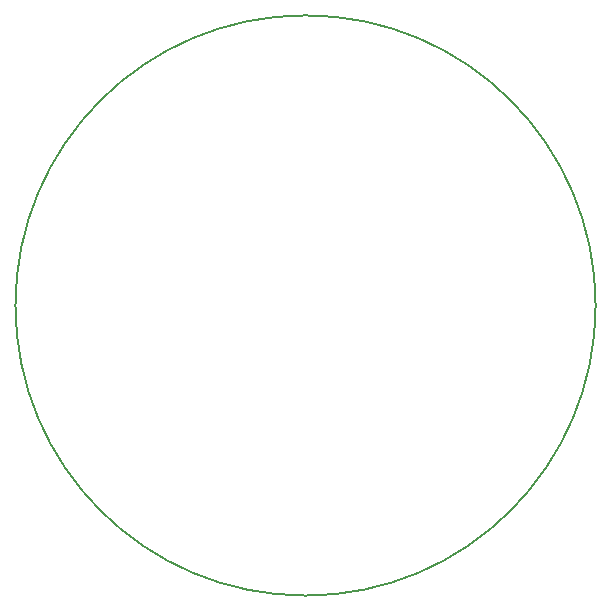
<source format=gm1>
G04 #@! TF.FileFunction,Profile,NP*
%FSLAX46Y46*%
G04 Gerber Fmt 4.6, Leading zero omitted, Abs format (unit mm)*
G04 Created by KiCad (PCBNEW 4.0.0-rc1-stable) date Di 10 Nov 2015 17:33:22 CET*
%MOMM*%
G01*
G04 APERTURE LIST*
%ADD10C,0.100000*%
%ADD11C,0.150000*%
G04 APERTURE END LIST*
D10*
D11*
X173659800Y-123444000D02*
G75*
G03X173659800Y-123444000I-24561800J0D01*
G01*
M02*

</source>
